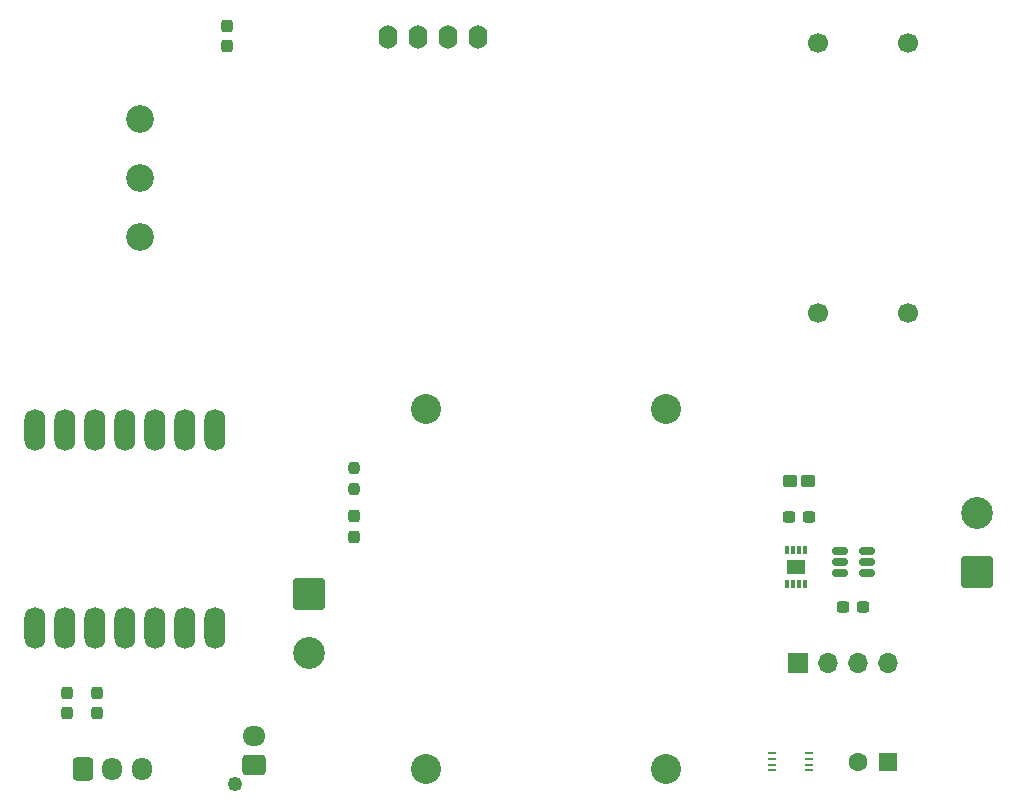
<source format=gbr>
%TF.GenerationSoftware,KiCad,Pcbnew,7.0.10*%
%TF.CreationDate,2024-02-04T22:17:42-08:00*%
%TF.ProjectId,pcb_lab,7063625f-6c61-4622-9e6b-696361645f70,rev?*%
%TF.SameCoordinates,Original*%
%TF.FileFunction,Soldermask,Top*%
%TF.FilePolarity,Negative*%
%FSLAX46Y46*%
G04 Gerber Fmt 4.6, Leading zero omitted, Abs format (unit mm)*
G04 Created by KiCad (PCBNEW 7.0.10) date 2024-02-04 22:17:42*
%MOMM*%
%LPD*%
G01*
G04 APERTURE LIST*
G04 Aperture macros list*
%AMRoundRect*
0 Rectangle with rounded corners*
0 $1 Rounding radius*
0 $2 $3 $4 $5 $6 $7 $8 $9 X,Y pos of 4 corners*
0 Add a 4 corners polygon primitive as box body*
4,1,4,$2,$3,$4,$5,$6,$7,$8,$9,$2,$3,0*
0 Add four circle primitives for the rounded corners*
1,1,$1+$1,$2,$3*
1,1,$1+$1,$4,$5*
1,1,$1+$1,$6,$7*
1,1,$1+$1,$8,$9*
0 Add four rect primitives between the rounded corners*
20,1,$1+$1,$2,$3,$4,$5,0*
20,1,$1+$1,$4,$5,$6,$7,0*
20,1,$1+$1,$6,$7,$8,$9,0*
20,1,$1+$1,$8,$9,$2,$3,0*%
G04 Aperture macros list end*
%ADD10RoundRect,0.237500X0.237500X-0.300000X0.237500X0.300000X-0.237500X0.300000X-0.237500X-0.300000X0*%
%ADD11RoundRect,0.237500X-0.237500X0.250000X-0.237500X-0.250000X0.237500X-0.250000X0.237500X0.250000X0*%
%ADD12RoundRect,0.237500X-0.237500X0.300000X-0.237500X-0.300000X0.237500X-0.300000X0.237500X0.300000X0*%
%ADD13C,2.340000*%
%ADD14RoundRect,0.250000X0.375000X0.275000X-0.375000X0.275000X-0.375000X-0.275000X0.375000X-0.275000X0*%
%ADD15RoundRect,0.237500X0.300000X0.237500X-0.300000X0.237500X-0.300000X-0.237500X0.300000X-0.237500X0*%
%ADD16O,1.600000X2.000000*%
%ADD17RoundRect,0.250000X-0.600000X-0.725000X0.600000X-0.725000X0.600000X0.725000X-0.600000X0.725000X0*%
%ADD18O,1.700000X1.950000*%
%ADD19C,1.700000*%
%ADD20R,0.300000X0.750000*%
%ADD21R,1.500000X1.300000*%
%ADD22O,1.778000X3.556000*%
%ADD23RoundRect,0.150000X-0.512500X-0.150000X0.512500X-0.150000X0.512500X0.150000X-0.512500X0.150000X0*%
%ADD24C,2.540000*%
%ADD25RoundRect,0.237500X-0.300000X-0.237500X0.300000X-0.237500X0.300000X0.237500X-0.300000X0.237500X0*%
%ADD26RoundRect,0.250001X1.099999X-1.099999X1.099999X1.099999X-1.099999X1.099999X-1.099999X-1.099999X0*%
%ADD27C,2.700000*%
%ADD28RoundRect,0.237500X0.237500X-0.287500X0.237500X0.287500X-0.237500X0.287500X-0.237500X-0.287500X0*%
%ADD29R,0.750000X0.250000*%
%ADD30R,1.600000X1.600000*%
%ADD31C,1.600000*%
%ADD32R,1.700000X1.700000*%
%ADD33O,1.700000X1.700000*%
%ADD34C,1.250000*%
%ADD35RoundRect,0.250000X0.725000X-0.600000X0.725000X0.600000X-0.725000X0.600000X-0.725000X-0.600000X0*%
%ADD36O,1.950000X1.700000*%
%ADD37RoundRect,0.250001X-1.099999X1.099999X-1.099999X-1.099999X1.099999X-1.099999X1.099999X1.099999X0*%
G04 APERTURE END LIST*
D10*
%TO.C,C2*%
X81432400Y-108284500D03*
X81432400Y-106559500D03*
%TD*%
D11*
%TO.C,R1*%
X105791000Y-87503000D03*
X105791000Y-89328000D03*
%TD*%
D12*
%TO.C,C3*%
X94996000Y-50094500D03*
X94996000Y-51819500D03*
%TD*%
D13*
%TO.C,RV1*%
X87630000Y-57992000D03*
X87630000Y-62992000D03*
X87630000Y-67992000D03*
%TD*%
D14*
%TO.C,C5*%
X144247700Y-88650700D03*
X142647700Y-88650700D03*
%TD*%
D15*
%TO.C,C6*%
X144330200Y-91698700D03*
X142605200Y-91698700D03*
%TD*%
D16*
%TO.C,Brd1*%
X108648000Y-51042000D03*
X111188000Y-51042000D03*
X113728000Y-51042000D03*
X116268000Y-51042000D03*
%TD*%
D17*
%TO.C,SW1*%
X82793200Y-113010600D03*
D18*
X85293200Y-113010600D03*
X87793200Y-113010600D03*
%TD*%
D19*
%TO.C,M1*%
X145034000Y-51562000D03*
X152654000Y-51562000D03*
X152654000Y-74422000D03*
X145034000Y-74422000D03*
%TD*%
D20*
%TO.C,U3*%
X143963700Y-94439700D03*
X143463700Y-94439700D03*
X142963700Y-94439700D03*
X142463700Y-94439700D03*
X142463700Y-97339700D03*
X142963700Y-97339700D03*
X143463700Y-97339700D03*
X143963700Y-97339700D03*
D21*
X143213700Y-95889700D03*
%TD*%
D22*
%TO.C,U1*%
X78740000Y-101041200D03*
X81280000Y-101041200D03*
X83820000Y-101041200D03*
X86360000Y-101041200D03*
X88900000Y-101041200D03*
X91440000Y-101041200D03*
X93980000Y-101041200D03*
X78740000Y-84277200D03*
X81280000Y-84277200D03*
X83820000Y-84277200D03*
X86360000Y-84277200D03*
X88900000Y-84277200D03*
X91440000Y-84277200D03*
X93980000Y-84277200D03*
%TD*%
D23*
%TO.C,U4*%
X146902200Y-94558700D03*
X146902200Y-95508700D03*
X146902200Y-96458700D03*
X149177200Y-96458700D03*
X149177200Y-95508700D03*
X149177200Y-94558700D03*
%TD*%
D24*
%TO.C,REF\u002A\u002A*%
X111908790Y-113030010D03*
X132228790Y-113030010D03*
X111908790Y-82550010D03*
X132228790Y-82550010D03*
%TD*%
D25*
%TO.C,C7*%
X147177200Y-99318700D03*
X148902200Y-99318700D03*
%TD*%
D10*
%TO.C,C1*%
X83972400Y-108284500D03*
X83972400Y-106559500D03*
%TD*%
D26*
%TO.C,LS1*%
X158513300Y-96313000D03*
D27*
X158513300Y-91313000D03*
%TD*%
D28*
%TO.C,D2*%
X105791000Y-93331000D03*
X105791000Y-91581000D03*
%TD*%
D29*
%TO.C,U2*%
X141170300Y-111639200D03*
X141170300Y-112139200D03*
X141170300Y-112639200D03*
X141170300Y-113139200D03*
X144270300Y-113139200D03*
X144270300Y-112639200D03*
X144270300Y-112139200D03*
X144270300Y-111639200D03*
%TD*%
D30*
%TO.C,C8*%
X150980300Y-112389200D03*
D31*
X148480300Y-112389200D03*
%TD*%
D32*
%TO.C,D1*%
X143400300Y-104013000D03*
D33*
X145940300Y-104013000D03*
X148480300Y-104013000D03*
X151020300Y-104013000D03*
%TD*%
D34*
%TO.C,BT1*%
X95682000Y-114310600D03*
D35*
X97282000Y-112710600D03*
D36*
X97282000Y-110210600D03*
%TD*%
D37*
%TO.C,J1*%
X101939000Y-98179500D03*
D27*
X101939000Y-103179500D03*
%TD*%
M02*

</source>
